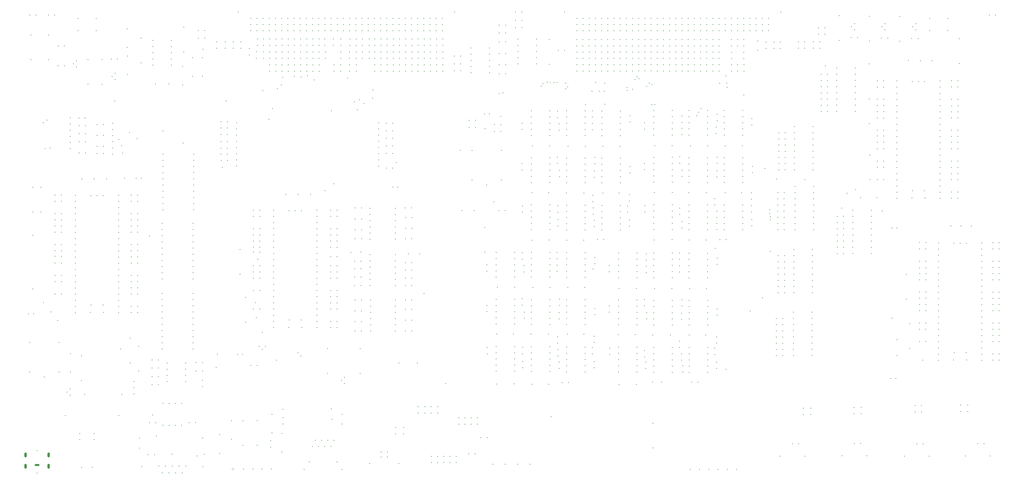
<source format=gbo>
%TF.GenerationSoftware,KiCad,Pcbnew,7.0.5*%
%TF.CreationDate,2024-10-26T20:20:05-04:00*%
%TF.ProjectId,Interconnect,496e7465-7263-46f6-9e6e-6563742e6b69,1.1*%
%TF.SameCoordinates,Original*%
%TF.FileFunction,Legend,Bot*%
%TF.FilePolarity,Positive*%
%FSLAX46Y46*%
G04 Gerber Fmt 4.6, Leading zero omitted, Abs format (unit mm)*
G04 Created by KiCad (PCBNEW 7.0.5) date 2024-10-26 20:20:05*
%MOMM*%
%LPD*%
G01*
G04 APERTURE LIST*
%ADD10C,0.120000*%
%ADD11C,0.350000*%
%ADD12O,2.005555X0.800000*%
%ADD13O,1.000000X2.000000*%
G04 APERTURE END LIST*
D10*
%TO.C,J23*%
X87871100Y3047000D02*
G75*
G03*
X87871100Y3047000I-381000J0D01*
G01*
%TD*%
D11*
X12389400Y135007465D03*
X11119400Y146437465D03*
X42147000Y132911865D03*
X48116000Y138880865D03*
X72753482Y8482000D03*
X194760000Y112830000D03*
X81160000Y50270000D03*
X120887000Y163010865D03*
X118093000Y164788865D03*
X125305600Y117547000D03*
X115553000Y164280865D03*
X107933000Y164026865D03*
X107408818Y160962683D03*
X105780000Y159450000D03*
X10357400Y134753465D03*
X9538848Y145364913D03*
X44941000Y141420865D03*
X40623000Y138499865D03*
X258555000Y161740865D03*
X278875000Y149675865D03*
X290559000Y159962865D03*
X134603000Y163772865D03*
X260841000Y152798876D03*
X137410000Y154000000D03*
X138640000Y150700000D03*
X224265000Y159327865D03*
X139480000Y154840000D03*
X232393000Y152850865D03*
X141380000Y153330000D03*
X240394000Y152977865D03*
X254364000Y163518865D03*
X259698000Y161105865D03*
X278113000Y148278865D03*
X287511000Y161613865D03*
X217915000Y161867865D03*
X240267000Y161613865D03*
X251697000Y159200865D03*
X257610000Y160330000D03*
X279891000Y151199865D03*
X290432000Y161740865D03*
X259709980Y152798876D03*
X216645000Y162121865D03*
X236584000Y161994865D03*
X145079500Y158920000D03*
X297417000Y156787865D03*
X145000000Y155510000D03*
X252713000Y163137865D03*
X102320000Y146790000D03*
X41390000Y52430000D03*
X128960000Y120330000D03*
X67040000Y137090000D03*
X114257600Y50897400D03*
X115502200Y49500400D03*
X62454000Y9186000D03*
X55342000Y8932000D03*
X56104000Y16552000D03*
X214232000Y160470865D03*
X214867000Y161486865D03*
X225027000Y160216865D03*
X219439000Y161867865D03*
X224265000Y161613865D03*
X220709000Y161994865D03*
X253602000Y164280865D03*
X235060000Y158309845D03*
X249498469Y159835865D03*
X237981000Y158309845D03*
X308341020Y92525865D03*
X235568000Y85286865D03*
X308085000Y108146865D03*
X306053000Y126561865D03*
X308339000Y106749865D03*
X310879000Y122243865D03*
X308341020Y105479865D03*
X198484000Y157676865D03*
X196960000Y157295865D03*
X322565020Y121989865D03*
X308091167Y109677032D03*
X305164000Y73475865D03*
X290178000Y44138865D03*
X300084000Y68014865D03*
X285733000Y93795865D03*
X240140000Y158309845D03*
X249498469Y158692865D03*
X112759000Y164534865D03*
X83190000Y126980000D03*
X41766000Y135959865D03*
X122919000Y166536865D03*
X122919000Y169136865D03*
X179240000Y8282500D03*
X179240000Y5742500D03*
X176700000Y8282500D03*
X176700000Y5742500D03*
X174160000Y8282500D03*
X174160000Y5742500D03*
X171620000Y8282500D03*
X171620000Y5742500D03*
X169080000Y8282500D03*
X169080000Y5742500D03*
X277097000Y179550865D03*
X277097000Y176950865D03*
X369680000Y96160200D03*
X372280000Y96160200D03*
X314480000Y136213865D03*
X311880000Y136213865D03*
X249157000Y169263865D03*
X249157000Y166663865D03*
X161019000Y166536865D03*
X161019000Y169136865D03*
X370929200Y47824000D03*
X155939000Y171870865D03*
X155939000Y174470865D03*
X130330744Y68874121D03*
X127730744Y68874121D03*
X17001000Y80088865D03*
X14401000Y80088865D03*
X38990000Y154360000D03*
X84710000Y154360000D03*
X385432600Y149830400D03*
X382832600Y149830400D03*
X97153744Y65318121D03*
X343279000Y150071865D03*
X343279000Y152611865D03*
X343279000Y155151865D03*
X343279000Y157691865D03*
X343279000Y160231865D03*
X343279000Y162771865D03*
X343279000Y165311865D03*
X343279000Y167851865D03*
X335659000Y167851865D03*
X335659000Y165311865D03*
X335659000Y162771865D03*
X335659000Y160231865D03*
X335659000Y157691865D03*
X335659000Y155151865D03*
X335659000Y152611865D03*
X335659000Y150071865D03*
X235187000Y150310865D03*
X235187000Y147710865D03*
X251697000Y169263865D03*
X251697000Y166663865D03*
X166099000Y177204865D03*
X166099000Y179804865D03*
X361552000Y189045865D03*
X361552000Y178885865D03*
X272015587Y179550865D03*
X272015587Y176950865D03*
X217788000Y120835105D03*
X217788000Y123375105D03*
X217788000Y125915105D03*
X217788000Y128455105D03*
X217788000Y130995105D03*
X210168000Y130995105D03*
X210168000Y128455105D03*
X210168000Y125915105D03*
X210168000Y123375105D03*
X210168000Y120835105D03*
X206261000Y190950865D03*
X203661000Y190950865D03*
X268103300Y42830105D03*
X268103300Y45370105D03*
X268103300Y47910105D03*
X268103300Y50450105D03*
X268103300Y52990105D03*
X260483300Y52990105D03*
X260483300Y50450105D03*
X260483300Y47910105D03*
X260483300Y45370105D03*
X260483300Y42830105D03*
X38083000Y145230865D03*
X38083000Y142690865D03*
X38083000Y140150865D03*
X38083000Y137610865D03*
X38083000Y135070865D03*
X38083000Y132530865D03*
X89010000Y145360000D03*
X89010000Y142820000D03*
X89010000Y140280000D03*
X89010000Y137740000D03*
X89010000Y135200000D03*
X89010000Y132660000D03*
X89010000Y130120000D03*
X89010000Y127580000D03*
X233940190Y174440865D03*
X233940190Y171840865D03*
X232266000Y101350385D03*
X232266000Y103890385D03*
X232266000Y106430385D03*
X232266000Y108970385D03*
X232266000Y111510385D03*
X224646000Y111510385D03*
X224646000Y108970385D03*
X224646000Y106430385D03*
X224646000Y103890385D03*
X224646000Y101350385D03*
X48370000Y102948865D03*
X45770000Y102948865D03*
X48370000Y100399865D03*
X45770000Y100399865D03*
X221598000Y44484865D03*
X221598000Y47084865D03*
X150859000Y166536865D03*
X150859000Y169136865D03*
X321941000Y28111000D03*
X321941000Y25511000D03*
X130330744Y106974121D03*
X127730744Y106974121D03*
X137547278Y88491120D03*
X140147278Y88491120D03*
X402379000Y47824000D03*
X399779000Y47824000D03*
X260028200Y58185065D03*
X365646000Y52650000D03*
X365646000Y62810000D03*
X61210000Y161380000D03*
X137801278Y105827609D03*
X140401278Y105827609D03*
X233894422Y179550865D03*
X233894422Y176950865D03*
X246601477Y179550865D03*
X246601477Y176950865D03*
X23220000Y168280000D03*
X21950000Y169550000D03*
X23220000Y170820000D03*
X206597000Y47338865D03*
X206597000Y44738865D03*
X294510000Y3000000D03*
X290700000Y3000000D03*
X286890000Y3000000D03*
X283080000Y3000000D03*
X279270000Y3000000D03*
X275460000Y3000000D03*
X184611000Y146373865D03*
X187211000Y146373865D03*
X217560000Y169400000D03*
X217560000Y179560000D03*
X100059000Y171870865D03*
X100059000Y174470865D03*
X252789200Y58317545D03*
X102599000Y171870865D03*
X102599000Y174470865D03*
X277101405Y174440865D03*
X277101405Y171840865D03*
X128761000Y177204865D03*
X128761000Y179804865D03*
X31703000Y144611865D03*
X34303000Y144611865D03*
X27960000Y171390000D03*
X27960000Y161230000D03*
X195918600Y58596945D03*
X97138000Y171997865D03*
X97138000Y174597865D03*
X372229200Y60524000D03*
X369629200Y60524000D03*
X56909000Y37788865D03*
X54309000Y37788865D03*
X66785000Y168474000D03*
X66785000Y160854000D03*
X314480000Y141293865D03*
X311880000Y141293865D03*
X402379000Y73224000D03*
X399779000Y73224000D03*
X355435000Y183584865D03*
X354165000Y184854865D03*
X355435000Y186124865D03*
X166099000Y171870865D03*
X166099000Y174470865D03*
X402379000Y70684000D03*
X399779000Y70684000D03*
X94217000Y173267865D03*
X94217000Y175867865D03*
X313449000Y49726865D03*
X310849000Y49726865D03*
X130330744Y63794121D03*
X127730744Y63794121D03*
X352352600Y162632000D03*
X354952600Y162632000D03*
X244060066Y179550865D03*
X244060066Y176950865D03*
X114283000Y116020865D03*
X239505000Y116503465D03*
X40090000Y171550000D03*
X37490000Y171550000D03*
X14401000Y82619865D03*
X17001000Y82619865D03*
X282608800Y135878585D03*
X349040000Y155160000D03*
X349040000Y145000000D03*
X382507000Y102942000D03*
X161005278Y84808120D03*
X158405278Y84808120D03*
X174963600Y38146600D03*
X163559000Y177204865D03*
X163559000Y179804865D03*
X12759200Y67686800D03*
X206485000Y111194865D03*
X206485000Y108594865D03*
X45270000Y46730000D03*
X45270000Y56890000D03*
X117839000Y171870865D03*
X117839000Y174470865D03*
X210295000Y37968105D03*
X187943000Y24102865D03*
X187943000Y21502865D03*
X314069000Y106480865D03*
X311469000Y106480865D03*
X254225710Y179550865D03*
X254225710Y176950865D03*
X402379000Y57984000D03*
X399779000Y57984000D03*
X282566300Y120841385D03*
X282566300Y123381385D03*
X282566300Y125921385D03*
X282566300Y128461385D03*
X282566300Y131001385D03*
X274946300Y131001385D03*
X274946300Y128461385D03*
X274946300Y125921385D03*
X274946300Y123381385D03*
X274946300Y120841385D03*
X180958000Y134054865D03*
X89430401Y50234865D03*
X91430401Y50234865D03*
X260637800Y97230345D03*
X130330744Y84114121D03*
X127730744Y84114121D03*
X67290000Y184650000D03*
X67290000Y174490000D03*
X232316800Y135739825D03*
X137671278Y63662120D03*
X140271278Y63662120D03*
X297417000Y174343865D03*
X297417000Y171743865D03*
X266932765Y179550865D03*
X266932765Y176950865D03*
X286256000Y47025585D03*
X286256000Y44425585D03*
X97743000Y89290865D03*
X271128000Y131399625D03*
X271128000Y128799625D03*
X236203000Y90073585D03*
X236203000Y87473585D03*
X326097830Y176061865D03*
X326097830Y178661865D03*
X365082600Y170988600D03*
X385432600Y124430400D03*
X382832600Y124430400D03*
X107660000Y17680000D03*
X107660000Y10060000D03*
X137801278Y97699609D03*
X140401278Y97699609D03*
X269474176Y179550865D03*
X269474176Y176950865D03*
X105390000Y47860000D03*
X173719000Y177204865D03*
X173719000Y179804865D03*
X228887800Y188334665D03*
X231427800Y188334665D03*
X233967800Y188334665D03*
X236507800Y188334665D03*
X239047800Y188334665D03*
X241587800Y188334665D03*
X244127800Y188334665D03*
X246667800Y188334665D03*
X249207800Y188334665D03*
X251747800Y188334665D03*
X254287800Y188334665D03*
X256827800Y188334665D03*
X259367800Y188334665D03*
X261907800Y188334665D03*
X264447800Y188334665D03*
X266987800Y188334665D03*
X269527800Y188334665D03*
X272067800Y188334665D03*
X274607800Y188334665D03*
X277147800Y188334665D03*
X279687800Y188334665D03*
X282227800Y188334665D03*
X284767800Y188334665D03*
X287307800Y188334665D03*
X289847800Y188334665D03*
X292387800Y188334665D03*
X294927800Y188334665D03*
X297467800Y188334665D03*
X300007800Y188334665D03*
X302547800Y188334665D03*
X305087800Y188334665D03*
X307627800Y188334665D03*
X228887800Y185794665D03*
X231427800Y185794665D03*
X233967800Y185794665D03*
X236507800Y185794665D03*
X239047800Y185794665D03*
X241587800Y185794665D03*
X244127800Y185794665D03*
X246667800Y185794665D03*
X249207800Y185794665D03*
X251747800Y185794665D03*
X254287800Y185794665D03*
X256827800Y185794665D03*
X259367800Y185794665D03*
X261907800Y185794665D03*
X264447800Y185794665D03*
X266987800Y185794665D03*
X269527800Y185794665D03*
X272067800Y185794665D03*
X274607800Y185794665D03*
X277147800Y185794665D03*
X279687800Y185794665D03*
X282227800Y185794665D03*
X284767800Y185794665D03*
X287307800Y185794665D03*
X289847800Y185794665D03*
X292387800Y185794665D03*
X294927800Y185794665D03*
X297467800Y185794665D03*
X300007800Y185794665D03*
X302547800Y185794665D03*
X305087800Y185794665D03*
X307627800Y185794665D03*
X228887800Y183254665D03*
X231427800Y183254665D03*
X233967800Y183254665D03*
X236507800Y183254665D03*
X239047800Y183254665D03*
X241587800Y183254665D03*
X244127800Y183254665D03*
X246667800Y183254665D03*
X249207800Y183254665D03*
X251747800Y183254665D03*
X254287800Y183254665D03*
X256827800Y183254665D03*
X259367800Y183254665D03*
X261907800Y183254665D03*
X264447800Y183254665D03*
X266987800Y183254665D03*
X269527800Y183254665D03*
X272067800Y183254665D03*
X274607800Y183254665D03*
X277147800Y183254665D03*
X279687800Y183254665D03*
X282227800Y183254665D03*
X284767800Y183254665D03*
X287307800Y183254665D03*
X289847800Y183254665D03*
X292387800Y183254665D03*
X294927800Y183254665D03*
X297467800Y183254665D03*
X300007800Y183254665D03*
X302547800Y183254665D03*
X305087800Y183254665D03*
X307627800Y183254665D03*
X223807800Y190874665D03*
X312707800Y190874665D03*
X235553000Y107770145D03*
X235553000Y110370145D03*
X300592000Y113958865D03*
X300592000Y116558865D03*
X137671278Y68107120D03*
X140271278Y68107120D03*
X192050000Y16000000D03*
X189450000Y16000000D03*
X238977244Y179550865D03*
X238977244Y176950865D03*
X122919000Y177204865D03*
X122919000Y179804865D03*
X354952600Y134692000D03*
X352352600Y134692000D03*
X313449000Y57346865D03*
X310849000Y57346865D03*
X232281000Y43028585D03*
X232281000Y45568585D03*
X232281000Y48108585D03*
X232281000Y50648585D03*
X232281000Y53188585D03*
X224661000Y53188585D03*
X224661000Y50648585D03*
X224661000Y48108585D03*
X224661000Y45568585D03*
X224661000Y43028585D03*
X331864000Y150056865D03*
X329264000Y150056865D03*
X154308278Y72552120D03*
X154308278Y70012120D03*
X154308278Y67472120D03*
X154308278Y64932120D03*
X154308278Y62392120D03*
X154308278Y59852120D03*
X153399000Y166536865D03*
X153399000Y169136865D03*
X130330744Y81574121D03*
X127730744Y81574121D03*
X115299000Y166536865D03*
X115299000Y169136865D03*
X338453000Y96731865D03*
X335853000Y96731865D03*
X249142888Y179550865D03*
X249142888Y176950865D03*
X75823482Y9142000D03*
X53230000Y22080000D03*
X55830000Y22080000D03*
X370442000Y29182865D03*
X370442000Y26582865D03*
X244095770Y174440865D03*
X244095770Y171840865D03*
X119363000Y116020865D03*
X161005278Y81506120D03*
X158405278Y81506120D03*
X210015600Y58464465D03*
X103536000Y25610000D03*
X103536000Y17990000D03*
X171179000Y166536865D03*
X171179000Y169136865D03*
X82620000Y137620000D03*
X85220000Y137620000D03*
X246760600Y101284385D03*
X246760600Y103824385D03*
X246760600Y106364385D03*
X246760600Y108904385D03*
X246760600Y111444385D03*
X239140600Y111444385D03*
X239140600Y108904385D03*
X239140600Y106364385D03*
X239140600Y103824385D03*
X239140600Y101284385D03*
X48370000Y105488865D03*
X45770000Y105488865D03*
X125205000Y177204865D03*
X125205000Y179804865D03*
X58733200Y142083400D03*
X4510000Y181470000D03*
X4510000Y171310000D03*
X364240000Y83030000D03*
X364240000Y72870000D03*
X287257000Y174440865D03*
X287257000Y171840865D03*
X148319000Y166536865D03*
X148319000Y169136865D03*
X338468000Y106891865D03*
X335868000Y106891865D03*
X48370000Y80079865D03*
X45770000Y80079865D03*
X130330744Y86654121D03*
X127730744Y86654121D03*
X168639000Y166536865D03*
X168639000Y169136865D03*
X264406930Y174440865D03*
X264406930Y171840865D03*
X272017000Y123338625D03*
X272017000Y125938625D03*
X137801278Y101382609D03*
X140401278Y101382609D03*
X352352600Y152472000D03*
X354952600Y152472000D03*
X324989000Y28111000D03*
X324989000Y25511000D03*
X231401295Y174440865D03*
X231401295Y171840865D03*
X402379000Y60524000D03*
X399779000Y60524000D03*
X120379000Y171870865D03*
X120379000Y174470865D03*
X161002278Y59852120D03*
X158402278Y59852120D03*
X112759000Y166536865D03*
X112759000Y169136865D03*
X272032000Y72679585D03*
X272032000Y70079585D03*
X118855000Y5989000D03*
X130285000Y5989000D03*
X120125000Y12339000D03*
X121395000Y14879000D03*
X122665000Y12339000D03*
X123935000Y14879000D03*
X125205000Y12339000D03*
X126475000Y14879000D03*
X127745000Y12339000D03*
X129015000Y14879000D03*
X116800000Y2939000D03*
X132340000Y2939000D03*
X287257000Y179550865D03*
X287257000Y176950865D03*
X259317000Y174440865D03*
X259317000Y171840865D03*
X228811600Y179550865D03*
X228811600Y176950865D03*
X48370000Y90239865D03*
X45770000Y90239865D03*
X278643000Y38790865D03*
X276043000Y38790865D03*
X47759000Y122624865D03*
X49759000Y122624865D03*
X199560000Y169233865D03*
X196960000Y169233865D03*
X182863000Y24102865D03*
X182863000Y21502865D03*
X249665000Y111189385D03*
X249665000Y108589385D03*
X286368000Y123084625D03*
X286368000Y125684625D03*
X354952600Y142312000D03*
X352352600Y142312000D03*
X135960000Y92130000D03*
X271016000Y84044105D03*
X271016000Y86644105D03*
X85300000Y129910000D03*
X82700000Y129910000D03*
X105139000Y166536865D03*
X105139000Y169136865D03*
X402379000Y55444000D03*
X399779000Y55444000D03*
X256665000Y72806585D03*
X256665000Y70206585D03*
X286510000Y66269585D03*
X286510000Y68869585D03*
X300973000Y124862625D03*
X300973000Y127462625D03*
X251712455Y174440865D03*
X251712455Y171840865D03*
X228837000Y169263865D03*
X228837000Y166663865D03*
X153277401Y118920000D03*
X155277401Y118920000D03*
X225204800Y135739825D03*
X122919000Y171870865D03*
X122919000Y174470865D03*
X184611000Y143452865D03*
X187211000Y143452865D03*
X117839000Y177204865D03*
X117839000Y179804865D03*
X303132000Y175202865D03*
X191783000Y119800865D03*
X197783000Y121800865D03*
X197783000Y134000865D03*
X185783000Y134000865D03*
X185783000Y121800865D03*
X282589600Y62248345D03*
X282589600Y64788345D03*
X282589600Y67328345D03*
X282589600Y69868345D03*
X282589600Y72408345D03*
X274969600Y72408345D03*
X274969600Y69868345D03*
X274969600Y67328345D03*
X274969600Y64788345D03*
X274969600Y62248345D03*
X385351800Y121966600D03*
X382751800Y121966600D03*
X250681000Y124723865D03*
X250681000Y127323865D03*
X48370000Y92788865D03*
X45770000Y92788865D03*
X82073000Y17228000D03*
X82073000Y9608000D03*
X354313000Y109162865D03*
X268103300Y81666585D03*
X268103300Y84206585D03*
X268103300Y86746585D03*
X268103300Y89286585D03*
X268103300Y91826585D03*
X260483300Y91826585D03*
X260483300Y89286585D03*
X260483300Y86746585D03*
X260483300Y84206585D03*
X260483300Y81666585D03*
X84311000Y176061865D03*
X84311000Y178661865D03*
X286368000Y101494625D03*
X286368000Y104094625D03*
X95980744Y96814121D03*
X98580744Y96814121D03*
X155939000Y177204865D03*
X155939000Y179804865D03*
X20760200Y50567200D03*
X20760200Y42947200D03*
X206358000Y128593865D03*
X206358000Y125993865D03*
X96757000Y71443865D03*
X112759000Y177204865D03*
X112759000Y179804865D03*
X130330744Y109514121D03*
X127730744Y109514121D03*
X94852000Y188334665D03*
X97392000Y188334665D03*
X99932000Y188334665D03*
X102472000Y188334665D03*
X105012000Y188334665D03*
X107552000Y188334665D03*
X110092000Y188334665D03*
X112632000Y188334665D03*
X115172000Y188334665D03*
X117712000Y188334665D03*
X120252000Y188334665D03*
X122792000Y188334665D03*
X125332000Y188334665D03*
X127872000Y188334665D03*
X130412000Y188334665D03*
X132952000Y188334665D03*
X135492000Y188334665D03*
X138032000Y188334665D03*
X140572000Y188334665D03*
X143112000Y188334665D03*
X145652000Y188334665D03*
X148192000Y188334665D03*
X150732000Y188334665D03*
X153272000Y188334665D03*
X155812000Y188334665D03*
X158352000Y188334665D03*
X160892000Y188334665D03*
X163432000Y188334665D03*
X165972000Y188334665D03*
X168512000Y188334665D03*
X171052000Y188334665D03*
X173592000Y188334665D03*
X94852000Y185794665D03*
X97392000Y185794665D03*
X99932000Y185794665D03*
X102472000Y185794665D03*
X105012000Y185794665D03*
X107552000Y185794665D03*
X110092000Y185794665D03*
X112632000Y185794665D03*
X115172000Y185794665D03*
X117712000Y185794665D03*
X120252000Y185794665D03*
X122792000Y185794665D03*
X125332000Y185794665D03*
X127872000Y185794665D03*
X130412000Y185794665D03*
X132952000Y185794665D03*
X135492000Y185794665D03*
X138032000Y185794665D03*
X140572000Y185794665D03*
X143112000Y185794665D03*
X145652000Y185794665D03*
X148192000Y185794665D03*
X150732000Y185794665D03*
X153272000Y185794665D03*
X155812000Y185794665D03*
X158352000Y185794665D03*
X160892000Y185794665D03*
X163432000Y185794665D03*
X165972000Y185794665D03*
X168512000Y185794665D03*
X171052000Y185794665D03*
X173592000Y185794665D03*
X94852000Y183254665D03*
X97392000Y183254665D03*
X99932000Y183254665D03*
X102472000Y183254665D03*
X105012000Y183254665D03*
X107552000Y183254665D03*
X110092000Y183254665D03*
X112632000Y183254665D03*
X115172000Y183254665D03*
X117712000Y183254665D03*
X120252000Y183254665D03*
X122792000Y183254665D03*
X125332000Y183254665D03*
X127872000Y183254665D03*
X130412000Y183254665D03*
X132952000Y183254665D03*
X135492000Y183254665D03*
X138032000Y183254665D03*
X140572000Y183254665D03*
X143112000Y183254665D03*
X145652000Y183254665D03*
X148192000Y183254665D03*
X150732000Y183254665D03*
X153272000Y183254665D03*
X155812000Y183254665D03*
X158352000Y183254665D03*
X160892000Y183254665D03*
X163432000Y183254665D03*
X165972000Y183254665D03*
X168512000Y183254665D03*
X171052000Y183254665D03*
X173592000Y183254665D03*
X89772000Y190874665D03*
X178672000Y190874665D03*
X197625000Y141801865D03*
X195025000Y141801865D03*
X220836000Y131260865D03*
X220836000Y128660865D03*
X221598000Y64740585D03*
X221598000Y67340585D03*
X242314000Y52740585D03*
X242314000Y50140585D03*
X140110000Y92280000D03*
X261849943Y179550865D03*
X261849943Y176950865D03*
X48370000Y115639865D03*
X45770000Y115639865D03*
X44179000Y172789865D03*
X44179000Y165169865D03*
X221210000Y175080000D03*
X223810000Y175080000D03*
X206261000Y184473865D03*
X203661000Y184473865D03*
X164260000Y91530000D03*
X272023615Y174440865D03*
X272023615Y171840865D03*
X54309000Y44646865D03*
X56909000Y44646865D03*
X15527800Y64156200D03*
X95980744Y109514121D03*
X98580744Y109514121D03*
X15701000Y168852865D03*
X18301000Y168852865D03*
X154275778Y91221120D03*
X154275778Y88681120D03*
X154275778Y86141120D03*
X154275778Y83601120D03*
X154275778Y81061120D03*
X154275778Y78521120D03*
X331864000Y162756865D03*
X329264000Y162756865D03*
X210345800Y97091585D03*
X328151000Y181776865D03*
X328151000Y184376865D03*
X389450000Y29350000D03*
X389450000Y26750000D03*
X120379000Y166536865D03*
X120379000Y169136865D03*
X385483400Y152319600D03*
X382883400Y152319600D03*
X360409000Y49729000D03*
X71149000Y75297365D03*
X71149000Y72757365D03*
X71149000Y70217365D03*
X71149000Y67677365D03*
X71149000Y65137365D03*
X71149000Y62597365D03*
X71149000Y60057365D03*
X71149000Y57517365D03*
X71149000Y54977365D03*
X71149000Y52437365D03*
X207247000Y64994585D03*
X207247000Y67594585D03*
X26897400Y144151465D03*
X24297400Y144151465D03*
X368135000Y183584865D03*
X366865000Y184854865D03*
X368135000Y186124865D03*
X256650000Y142769625D03*
X256650000Y145369625D03*
X217796300Y81915585D03*
X217796300Y84455585D03*
X217796300Y86995585D03*
X217796300Y89535585D03*
X217796300Y92075585D03*
X210176300Y92075585D03*
X210176300Y89535585D03*
X210176300Y86995585D03*
X210176300Y84455585D03*
X210176300Y81915585D03*
X95980744Y76494121D03*
X98580744Y76494121D03*
X221725000Y72928585D03*
X221725000Y70328585D03*
X402379000Y88464000D03*
X399779000Y88464000D03*
X50091000Y4052331D03*
X75091000Y4052331D03*
X68131000Y4352331D03*
X65361000Y4352331D03*
X62591000Y4352331D03*
X59821000Y4352331D03*
X57051000Y4352331D03*
X66746000Y1512331D03*
X63976000Y1512331D03*
X61206000Y1512331D03*
X58436000Y1512331D03*
X385381800Y134666600D03*
X382781800Y134666600D03*
X267902200Y77209665D03*
X275496800Y135878585D03*
X85230000Y132520000D03*
X82630000Y132520000D03*
X171687000Y28674865D03*
X171687000Y26074865D03*
X367930000Y29200000D03*
X367930000Y26600000D03*
X221725000Y123199865D03*
X221725000Y125799865D03*
X330818000Y181776865D03*
X330818000Y184376865D03*
X260143000Y21930865D03*
X260143000Y11770865D03*
X221075000Y105544145D03*
X221075000Y102944145D03*
X372250000Y55571000D03*
X369650000Y55571000D03*
X292337000Y176950865D03*
X292337000Y179550865D03*
X286256000Y54834105D03*
X286256000Y57434105D03*
X203660000Y187480000D03*
X206260000Y187480000D03*
X314480000Y126068865D03*
X311880000Y126068865D03*
X92693000Y63442865D03*
X92693000Y73602865D03*
X115299000Y171870865D03*
X115299000Y174470865D03*
X66353000Y30035000D03*
X63813000Y30035000D03*
X61273000Y30035000D03*
X58733000Y30035000D03*
X135365000Y171870865D03*
X135365000Y174470865D03*
X161005278Y78458120D03*
X158405278Y78458120D03*
X386037600Y179954800D03*
X386037600Y169794800D03*
X17001000Y75008865D03*
X14401000Y75008865D03*
X217788000Y43145105D03*
X217788000Y45685105D03*
X217788000Y48225105D03*
X217788000Y50765105D03*
X217788000Y53305105D03*
X210168000Y53305105D03*
X210168000Y50765105D03*
X210168000Y48225105D03*
X210168000Y45685105D03*
X210168000Y43145105D03*
X348979000Y169617000D03*
X232266000Y81857865D03*
X232266000Y84397865D03*
X232266000Y86937865D03*
X232266000Y89477865D03*
X232266000Y92017865D03*
X224646000Y92017865D03*
X224646000Y89477865D03*
X224646000Y86937865D03*
X224646000Y84397865D03*
X224646000Y81857865D03*
X309863000Y178534865D03*
X309863000Y175934865D03*
X235187000Y52984105D03*
X235187000Y50384105D03*
X354952600Y147315800D03*
X352352600Y147315800D03*
X313957000Y103955865D03*
X311357000Y103955865D03*
X75154000Y15790000D03*
X297544000Y169263865D03*
X297544000Y166663865D03*
X212264500Y169619865D03*
X212264500Y172159865D03*
X212264500Y174699865D03*
X212264500Y177239865D03*
X212264500Y179779865D03*
X204644500Y179779865D03*
X204644500Y177239865D03*
X204644500Y174699865D03*
X204644500Y172159865D03*
X204644500Y169619865D03*
X314211000Y75507865D03*
X311611000Y75507865D03*
X344183000Y180409865D03*
X341583000Y180409865D03*
X34402200Y67468865D03*
X34102200Y70498865D03*
X29252200Y70498865D03*
X28952200Y67468865D03*
X40567200Y67338865D03*
X40567200Y69878865D03*
X40567200Y72418865D03*
X40567200Y74958865D03*
X40567200Y77498865D03*
X40567200Y80038865D03*
X40567200Y82578865D03*
X40567200Y85118865D03*
X40567200Y87658865D03*
X40567200Y90198865D03*
X40567200Y92738865D03*
X40567200Y95278865D03*
X40567200Y97818865D03*
X40567200Y100358865D03*
X40567200Y102898865D03*
X40567200Y105438865D03*
X40567200Y107978865D03*
X40567200Y110518865D03*
X40567200Y113058865D03*
X40567200Y115598865D03*
X22787200Y115598865D03*
X22787200Y113058865D03*
X22787200Y110518865D03*
X22787200Y107978865D03*
X22787200Y105438865D03*
X22787200Y102898865D03*
X22787200Y100358865D03*
X22787200Y97818865D03*
X22787200Y95278865D03*
X22787200Y92738865D03*
X22787200Y90198865D03*
X22787200Y87658865D03*
X22787200Y85118865D03*
X22787200Y82578865D03*
X22787200Y80038865D03*
X22787200Y77498865D03*
X22787200Y74958865D03*
X22787200Y72418865D03*
X22787200Y69878865D03*
X22787200Y67338865D03*
X34217200Y115368865D03*
X31677200Y115368865D03*
X29137200Y115368865D03*
X266945825Y174440865D03*
X266945825Y171840865D03*
X171179000Y177204865D03*
X171179000Y179804865D03*
X284718090Y174440865D03*
X284718090Y171840865D03*
X336660000Y189426865D03*
X336660000Y179266865D03*
X385381800Y147366600D03*
X382781800Y147366600D03*
X87613000Y176061865D03*
X87613000Y178661865D03*
X185403000Y24102865D03*
X185403000Y21502865D03*
X217254600Y58464465D03*
X286495000Y131272625D03*
X286495000Y128672625D03*
X232274300Y120702625D03*
X232274300Y123242625D03*
X232274300Y125782625D03*
X232274300Y128322625D03*
X232274300Y130862625D03*
X224654300Y130862625D03*
X224654300Y128322625D03*
X224654300Y125782625D03*
X224654300Y123242625D03*
X224654300Y120702625D03*
X203310000Y62629825D03*
X203310000Y65169825D03*
X203310000Y67709825D03*
X203310000Y70249825D03*
X203310000Y72789825D03*
X195690000Y72789825D03*
X195690000Y70249825D03*
X195690000Y67709825D03*
X195690000Y65169825D03*
X195690000Y62629825D03*
X26897400Y137547465D03*
X24297400Y137547465D03*
X354952600Y127072000D03*
X352352600Y127072000D03*
X44020000Y183950000D03*
X44020000Y176330000D03*
X195944000Y37973585D03*
X161132278Y106462609D03*
X158532278Y106462609D03*
X337676000Y110305865D03*
X75959000Y180155865D03*
X73359000Y180155865D03*
X254237000Y166693865D03*
X254237000Y169293865D03*
X297459332Y179550865D03*
X297459332Y176950865D03*
X163559000Y166536865D03*
X163559000Y169136865D03*
X54309000Y47948865D03*
X56909000Y47948865D03*
X143856022Y110242865D03*
X143856022Y107702865D03*
X143856022Y105162865D03*
X143856022Y102622865D03*
X143856022Y100082865D03*
X143856022Y97542865D03*
X300592000Y111328145D03*
X300592000Y108728145D03*
X130330744Y99354121D03*
X127730744Y99354121D03*
X82620000Y140510000D03*
X85220000Y140510000D03*
X217457800Y97218585D03*
X220709000Y84293105D03*
X220709000Y86893105D03*
X331864000Y160216865D03*
X329264000Y160216865D03*
X34303000Y132784865D03*
X31703000Y132784865D03*
X250427000Y113288385D03*
X250427000Y115888385D03*
X115299000Y177204865D03*
X115299000Y179804865D03*
X18240000Y176930000D03*
X15640000Y176930000D03*
X25250000Y39420000D03*
X25250000Y49580000D03*
X339835000Y116401865D03*
X232113600Y77692265D03*
X132336480Y25533020D03*
X338453000Y101811865D03*
X335853000Y101811865D03*
X271128000Y110317625D03*
X271128000Y107717625D03*
X314211000Y90747865D03*
X311611000Y90747865D03*
X17001000Y90493865D03*
X14401000Y90493865D03*
X235949000Y44674585D03*
X235949000Y47274585D03*
X286368000Y106447625D03*
X286368000Y109047625D03*
X161002278Y64297120D03*
X158402278Y64297120D03*
X49139000Y11718331D03*
X199560000Y185489865D03*
X196960000Y185489865D03*
X297052600Y140259625D03*
X297052600Y142799625D03*
X297052600Y145339625D03*
X297052600Y147879625D03*
X297052600Y150419625D03*
X289432600Y150419625D03*
X289432600Y147879625D03*
X289432600Y145339625D03*
X289432600Y142799625D03*
X289432600Y140259625D03*
X352352600Y160015800D03*
X354952600Y160015800D03*
X17001000Y100399865D03*
X14401000Y100399865D03*
X268080000Y116774705D03*
X217796300Y62497345D03*
X217796300Y65037345D03*
X217796300Y67577345D03*
X217796300Y70117345D03*
X217796300Y72657345D03*
X210176300Y72657345D03*
X210176300Y70117345D03*
X210176300Y67577345D03*
X210176300Y65037345D03*
X210176300Y62497345D03*
X352352600Y129612000D03*
X354952600Y129612000D03*
X33700000Y171390000D03*
X33700000Y161230000D03*
X343010000Y183584865D03*
X341740000Y184854865D03*
X343010000Y186124865D03*
X274557000Y179550865D03*
X274557000Y176950865D03*
X126400000Y42400000D03*
X126400000Y52560000D03*
X268080000Y101555625D03*
X268080000Y104095625D03*
X268080000Y106635625D03*
X268080000Y109175625D03*
X268080000Y111715625D03*
X260460000Y111715625D03*
X260460000Y109175625D03*
X260460000Y106635625D03*
X260460000Y104095625D03*
X260460000Y101555625D03*
X369629200Y93544000D03*
X372229200Y93544000D03*
X102599000Y177204865D03*
X102599000Y179804865D03*
X192960500Y165936865D03*
X192960500Y168476865D03*
X192960500Y171016865D03*
X192960500Y173556865D03*
X192960500Y176096865D03*
X185340500Y176096865D03*
X185340500Y173556865D03*
X185340500Y171016865D03*
X185340500Y168476865D03*
X185340500Y165936865D03*
X109203000Y116020865D03*
X138159000Y171870865D03*
X138159000Y174470865D03*
X145779000Y171870865D03*
X145779000Y174470865D03*
X178515000Y169614865D03*
X181115000Y169614865D03*
X224696800Y97086105D03*
X285479000Y111649145D03*
X285479000Y114249145D03*
X236203000Y131133865D03*
X236203000Y128533865D03*
X192910000Y149030000D03*
X190910000Y149030000D03*
X97519000Y177204865D03*
X97519000Y179804865D03*
X271016000Y53056105D03*
X271016000Y55656105D03*
X250681000Y148278865D03*
X250681000Y145678865D03*
X203284600Y77824745D03*
X244077000Y169263865D03*
X244077000Y166663865D03*
X338468000Y91636865D03*
X335868000Y91636865D03*
X160878278Y110399609D03*
X158278278Y110399609D03*
X161002278Y68742120D03*
X158402278Y68742120D03*
X284717000Y166663865D03*
X284717000Y169263865D03*
X402379000Y75764000D03*
X399779000Y75764000D03*
X328659000Y176061865D03*
X328659000Y178661865D03*
X289847800Y135883665D03*
X235187000Y142498385D03*
X235187000Y145098385D03*
X272144000Y169263865D03*
X272144000Y166663865D03*
X203310000Y43302105D03*
X203310000Y45842105D03*
X203310000Y48382105D03*
X203310000Y50922105D03*
X203310000Y53462105D03*
X195690000Y53462105D03*
X195690000Y50922105D03*
X195690000Y48382105D03*
X195690000Y45842105D03*
X195690000Y43302105D03*
X95980744Y81574121D03*
X98580744Y81574121D03*
X127999000Y150310865D03*
X130330744Y90360865D03*
X127730744Y90360865D03*
X49060000Y15780000D03*
X372280000Y73300200D03*
X369680000Y73300200D03*
X154690000Y129010000D03*
X158479000Y166536865D03*
X158479000Y169136865D03*
X131809000Y171870865D03*
X131809000Y174470865D03*
X137801278Y110399609D03*
X140401278Y110399609D03*
X261868035Y174440865D03*
X261868035Y171840865D03*
X267267200Y58185065D03*
X349883000Y91651865D03*
X349883000Y94191865D03*
X349883000Y96731865D03*
X349883000Y99271865D03*
X349883000Y101811865D03*
X349883000Y104351865D03*
X349883000Y106891865D03*
X349883000Y109431865D03*
X342263000Y109431865D03*
X342263000Y106891865D03*
X342263000Y104351865D03*
X342263000Y101811865D03*
X342263000Y99271865D03*
X342263000Y96731865D03*
X342263000Y94191865D03*
X342263000Y91651865D03*
X330945000Y168725865D03*
X322436000Y178631865D03*
X322436000Y176031865D03*
X48370000Y67388865D03*
X45770000Y67388865D03*
X75294000Y175586000D03*
X145779000Y166536865D03*
X145779000Y169136865D03*
X58784000Y132530865D03*
X58784000Y129990865D03*
X58784000Y127450865D03*
X58784000Y124910865D03*
X58784000Y122370865D03*
X58784000Y119830865D03*
X58784000Y117290865D03*
X58784000Y114750865D03*
X58784000Y112210865D03*
X58784000Y109670865D03*
X95980744Y94274121D03*
X98580744Y94274121D03*
X91897000Y3047000D03*
X95707000Y3047000D03*
X99517000Y3047000D03*
X103327000Y3047000D03*
X233917000Y169263865D03*
X233917000Y166663865D03*
X385432600Y116886600D03*
X382832600Y116886600D03*
X31703000Y140166865D03*
X34303000Y140166865D03*
X62277500Y169111865D03*
X62277500Y171651865D03*
X62277500Y174191865D03*
X62277500Y176731865D03*
X62277500Y179271865D03*
X54657500Y179271865D03*
X54657500Y176731865D03*
X54657500Y174191865D03*
X54657500Y171651865D03*
X54657500Y169111865D03*
X17001000Y95328865D03*
X14401000Y95328865D03*
X217280000Y116635945D03*
X90460000Y93287865D03*
X90460000Y83127865D03*
X203310000Y81915585D03*
X203310000Y84455585D03*
X203310000Y86995585D03*
X203310000Y89535585D03*
X203310000Y92075585D03*
X195690000Y92075585D03*
X195690000Y89535585D03*
X195690000Y86995585D03*
X195690000Y84455585D03*
X195690000Y81915585D03*
X236203000Y66518585D03*
X236203000Y69118585D03*
X11794000Y171265865D03*
X11794000Y181425865D03*
X274557000Y166663865D03*
X274557000Y169263865D03*
X99551000Y59251865D03*
X236479085Y174440865D03*
X236479085Y171840865D03*
X282573000Y81608865D03*
X282573000Y84148865D03*
X282573000Y86688865D03*
X282573000Y89228865D03*
X282573000Y91768865D03*
X274953000Y91768865D03*
X274953000Y89228865D03*
X274953000Y86688865D03*
X274953000Y84148865D03*
X274953000Y81608865D03*
X14401000Y115648865D03*
X17001000Y115648865D03*
X319874834Y178631865D03*
X319874834Y176031865D03*
X147430000Y145360000D03*
X147430000Y142820000D03*
X147430000Y140280000D03*
X147430000Y137740000D03*
X147430000Y135200000D03*
X147430000Y132660000D03*
X147430000Y130120000D03*
X147430000Y127580000D03*
X372280000Y75764000D03*
X369680000Y75764000D03*
X269604000Y169263865D03*
X269604000Y166663865D03*
X221075000Y49564865D03*
X221075000Y52164865D03*
X74988000Y46829865D03*
X72388000Y46829865D03*
X132336480Y21596020D03*
X150940000Y10047500D03*
X148440000Y10047500D03*
X148440000Y8047500D03*
X150940000Y8047500D03*
X155710000Y5337500D03*
X143670000Y5337500D03*
X112759000Y171870865D03*
X112759000Y174470865D03*
X48370000Y87708865D03*
X45770000Y87708865D03*
X369075000Y180028865D03*
X366475000Y180028865D03*
X289797000Y116642225D03*
X158479000Y177204865D03*
X158479000Y179804865D03*
X250427000Y102879865D03*
X250427000Y105479865D03*
X268103300Y62248345D03*
X268103300Y64788345D03*
X268103300Y67328345D03*
X268103300Y69868345D03*
X268103300Y72408345D03*
X260483300Y72408345D03*
X260483300Y69868345D03*
X260483300Y67328345D03*
X260483300Y64788345D03*
X260483300Y62248345D03*
X95980744Y106974121D03*
X98580744Y106974121D03*
X5291600Y77157400D03*
X5291600Y99157400D03*
X140699000Y177204865D03*
X140699000Y179804865D03*
X238997000Y166663865D03*
X238997000Y169263865D03*
X402379000Y93544000D03*
X399779000Y93544000D03*
X181115000Y172789865D03*
X178515000Y172789865D03*
X253617000Y43000865D03*
X253617000Y45540865D03*
X253617000Y48080865D03*
X253617000Y50620865D03*
X253617000Y53160865D03*
X245997000Y53160865D03*
X245997000Y50620865D03*
X245997000Y48080865D03*
X245997000Y45540865D03*
X245997000Y43000865D03*
X143493000Y171870865D03*
X143493000Y174470865D03*
X80882000Y176061865D03*
X80882000Y178661865D03*
X246617000Y169263865D03*
X246617000Y166663865D03*
X352352600Y155012000D03*
X354952600Y155012000D03*
X286510000Y89824585D03*
X286510000Y87224585D03*
X220709000Y92105585D03*
X220709000Y89505585D03*
X100059000Y177204865D03*
X100059000Y179804865D03*
X279637000Y179550865D03*
X279637000Y176950865D03*
X275014200Y58185065D03*
X385432600Y142286600D03*
X382832600Y142286600D03*
X197625000Y144595865D03*
X195025000Y144595865D03*
X246744000Y140063145D03*
X246744000Y142603145D03*
X246744000Y145143145D03*
X246744000Y147683145D03*
X246744000Y150223145D03*
X239124000Y150223145D03*
X239124000Y147683145D03*
X239124000Y145143145D03*
X239124000Y142603145D03*
X239124000Y140063145D03*
X220948000Y54771865D03*
X220948000Y57371865D03*
X372229200Y80844000D03*
X369629200Y80844000D03*
X300719000Y144438865D03*
X300719000Y147038865D03*
X269484720Y174440865D03*
X269484720Y171840865D03*
X31703000Y135721865D03*
X34303000Y135721865D03*
X217788000Y140120865D03*
X217788000Y142660865D03*
X217788000Y145200865D03*
X217788000Y147740865D03*
X217788000Y150280865D03*
X210168000Y150280865D03*
X210168000Y147740865D03*
X210168000Y145200865D03*
X210168000Y142660865D03*
X210168000Y140120865D03*
X210599800Y135872305D03*
X202776600Y58596945D03*
X241556875Y174440865D03*
X241556875Y171840865D03*
X236076000Y122945865D03*
X236076000Y125545865D03*
X110219000Y171870865D03*
X110219000Y174470865D03*
X313957000Y109035865D03*
X311357000Y109035865D03*
X125459000Y171870865D03*
X125459000Y174470865D03*
X271905000Y64491585D03*
X271905000Y67091585D03*
X137547278Y78458120D03*
X140147278Y78458120D03*
X368540000Y13450000D03*
X371080000Y13450000D03*
X363460000Y8370000D03*
X373620000Y8370000D03*
X150575000Y135890000D03*
X153175000Y135890000D03*
X385381800Y114346600D03*
X382781800Y114346600D03*
X71359000Y132530865D03*
X71359000Y129990865D03*
X71359000Y127450865D03*
X71359000Y124910865D03*
X71359000Y122370865D03*
X71359000Y119830865D03*
X71359000Y117290865D03*
X71359000Y114750865D03*
X71359000Y112210865D03*
X71359000Y109670865D03*
X206358000Y142630865D03*
X206358000Y145230865D03*
X168639000Y177234865D03*
X168639000Y179834865D03*
X161019000Y171870865D03*
X161019000Y174470865D03*
X253617000Y62380825D03*
X253617000Y64920825D03*
X253617000Y67460825D03*
X253617000Y70000825D03*
X253617000Y72540825D03*
X245997000Y72540825D03*
X245997000Y70000825D03*
X245997000Y67460825D03*
X245997000Y64920825D03*
X245997000Y62380825D03*
X343391000Y117928000D03*
X338468000Y104351865D03*
X335868000Y104351865D03*
X256665000Y51724585D03*
X256665000Y49124585D03*
X246744000Y120714385D03*
X246744000Y123254385D03*
X246744000Y125794385D03*
X246744000Y128334385D03*
X246744000Y130874385D03*
X239124000Y130874385D03*
X239124000Y128334385D03*
X239124000Y125794385D03*
X239124000Y123254385D03*
X239124000Y120714385D03*
X314480000Y131133865D03*
X311880000Y131133865D03*
X313449000Y64966865D03*
X310849000Y64966865D03*
X191118000Y142944865D03*
X294877000Y169263865D03*
X294877000Y166663865D03*
X203056000Y38100585D03*
X187023000Y9340865D03*
X184423000Y9340865D03*
X385432600Y137384400D03*
X382832600Y137384400D03*
X196960000Y165550865D03*
X199560000Y165550865D03*
X398383000Y189680865D03*
X400923000Y189680865D03*
X354952600Y137409800D03*
X352352600Y137409800D03*
X241518655Y179550865D03*
X241518655Y176950865D03*
X260891800Y136011065D03*
X282179195Y174440865D03*
X282179195Y171840865D03*
X196960000Y182314865D03*
X199560000Y182314865D03*
X72130000Y22190000D03*
X69530000Y22190000D03*
X137547278Y81950120D03*
X140147278Y81950120D03*
X137671278Y72552120D03*
X140271278Y72552120D03*
X254251350Y174440865D03*
X254251350Y171840865D03*
X402379000Y50364000D03*
X399779000Y50364000D03*
X58449000Y75297365D03*
X58449000Y72757365D03*
X58449000Y70217365D03*
X58449000Y67677365D03*
X58449000Y65137365D03*
X58449000Y62597365D03*
X58449000Y60057365D03*
X58449000Y57517365D03*
X58449000Y54977365D03*
X58449000Y52437365D03*
X98580744Y86654121D03*
X95980744Y86654121D03*
X210777600Y77692265D03*
X268080000Y120973865D03*
X268080000Y123513865D03*
X268080000Y126053865D03*
X268080000Y128593865D03*
X268080000Y131133865D03*
X260460000Y131133865D03*
X260460000Y128593865D03*
X260460000Y126053865D03*
X260460000Y123513865D03*
X260460000Y120973865D03*
X3588400Y66924800D03*
X5588400Y66924800D03*
X25383000Y122370865D03*
X138159000Y177204865D03*
X138159000Y179804865D03*
X246185200Y77342145D03*
X4042000Y189680865D03*
X6582000Y189680865D03*
X20607800Y33473000D03*
X19337800Y34743000D03*
X20607800Y36013000D03*
X26560000Y33800000D03*
X41800000Y33800000D03*
X107679000Y171870865D03*
X107679000Y174470865D03*
X281973800Y97224865D03*
X107679000Y177204865D03*
X107679000Y179804865D03*
X277097000Y169263865D03*
X277097000Y166663865D03*
X385432600Y162606600D03*
X382832600Y162606600D03*
X342880000Y13600000D03*
X345420000Y13600000D03*
X337800000Y8520000D03*
X347960000Y8520000D03*
X356629000Y180155865D03*
X354029000Y180155865D03*
X286495000Y146216865D03*
X286495000Y148816865D03*
X257554000Y64745585D03*
X257554000Y67345585D03*
X130330744Y76494121D03*
X127730744Y76494121D03*
X97440000Y23070000D03*
X97440000Y12910000D03*
X281745200Y58185065D03*
X48810000Y43360000D03*
X48810000Y53520000D03*
X285494000Y52735105D03*
X285494000Y50135105D03*
X314480000Y128608865D03*
X311880000Y128608865D03*
X48370000Y75008865D03*
X45770000Y75008865D03*
X74988000Y43376865D03*
X72388000Y43376865D03*
X256650000Y128732625D03*
X256650000Y126132625D03*
X236457000Y169263865D03*
X236457000Y166663865D03*
X26800400Y147326465D03*
X24200400Y147326465D03*
X150610000Y126780000D03*
X153210000Y126780000D03*
X402379000Y83384000D03*
X399779000Y83384000D03*
X300719000Y105618625D03*
X300719000Y103018625D03*
X260714000Y116774705D03*
X338468000Y94191865D03*
X335868000Y94191865D03*
X314211000Y78047865D03*
X311611000Y78047865D03*
X271905000Y47854585D03*
X271905000Y50454585D03*
X372280000Y70684000D03*
X369680000Y70684000D03*
X220948000Y150121145D03*
X220948000Y147521145D03*
X91598000Y22943000D03*
X91598000Y12783000D03*
X221583000Y142314145D03*
X221583000Y144914145D03*
X306561000Y178534865D03*
X306561000Y175934865D03*
X296528000Y116642225D03*
X11662000Y189680865D03*
X14202000Y189680865D03*
X284717000Y179550865D03*
X284717000Y176950865D03*
X29730000Y3820000D03*
X25330000Y3820000D03*
X24580000Y17720000D03*
X24580000Y15220000D03*
X30480000Y17720000D03*
X30480000Y15220000D03*
X317450000Y13460000D03*
X319990000Y13460000D03*
X312370000Y8380000D03*
X322530000Y8380000D03*
X268003800Y136011065D03*
X42909000Y122624865D03*
X260790200Y77209665D03*
X180323000Y24102865D03*
X180323000Y21502865D03*
X171179000Y171870865D03*
X171179000Y174470865D03*
X35543000Y122370865D03*
X31352000Y188180000D03*
X23862000Y188180000D03*
X23862000Y183180000D03*
X31352000Y183180000D03*
X345423000Y114626000D03*
X358377000Y102180000D03*
X360377000Y102180000D03*
X282566300Y140259625D03*
X282566300Y142799625D03*
X282566300Y145339625D03*
X282566300Y147879625D03*
X282566300Y150419625D03*
X274946300Y150419625D03*
X274946300Y147879625D03*
X274946300Y145339625D03*
X274946300Y142799625D03*
X274946300Y140259625D03*
X272017000Y102129625D03*
X272017000Y104729625D03*
X192007000Y52989585D03*
X192007000Y50389585D03*
X314069000Y116640865D03*
X311469000Y116640865D03*
X95980744Y84114121D03*
X98580744Y84114121D03*
X231681800Y97086105D03*
X259317000Y169293865D03*
X259317000Y166693865D03*
X58471500Y104073865D03*
X58471500Y101533865D03*
X58471500Y98993865D03*
X58471500Y96453865D03*
X58471500Y93913865D03*
X58471500Y91373865D03*
X58471500Y88833865D03*
X58471500Y86293865D03*
X58471500Y83753865D03*
X58471500Y81213865D03*
X166073600Y75256000D03*
X314480000Y133688865D03*
X311880000Y133688865D03*
X7070000Y1450000D03*
X7070000Y10700000D03*
D12*
X7070000Y4700000D03*
D13*
X2320000Y4200000D03*
X11820000Y4200000D03*
X2320000Y8900000D03*
X11820000Y8900000D03*
D11*
X9660400Y71471400D03*
X287257000Y166663865D03*
X287257000Y169263865D03*
X150859000Y177234865D03*
X150859000Y179834865D03*
X14401000Y105488865D03*
X17001000Y105488865D03*
X372280000Y68144000D03*
X369680000Y68144000D03*
X402379000Y80844000D03*
X399779000Y80844000D03*
X256777000Y166693865D03*
X256777000Y169293865D03*
X49767000Y169995865D03*
X49767000Y180155865D03*
X369680000Y63064000D03*
X372280000Y63064000D03*
X98580744Y92180000D03*
X95980744Y92180000D03*
X17001000Y87699865D03*
X14401000Y87699865D03*
X231377000Y169263865D03*
X231377000Y166663865D03*
X9990600Y40915200D03*
X15990600Y42915200D03*
X15990600Y55115200D03*
X3990600Y55115200D03*
X3990600Y42915200D03*
X74988000Y39566865D03*
X74988000Y36966865D03*
X371947400Y114426600D03*
X371647400Y117456600D03*
X366797400Y117456600D03*
X366497400Y114426600D03*
X378112400Y114296600D03*
X378112400Y116836600D03*
X378112400Y119376600D03*
X378112400Y121916600D03*
X378112400Y124456600D03*
X378112400Y126996600D03*
X378112400Y129536600D03*
X378112400Y132076600D03*
X378112400Y134616600D03*
X378112400Y137156600D03*
X378112400Y139696600D03*
X378112400Y142236600D03*
X378112400Y144776600D03*
X378112400Y147316600D03*
X378112400Y149856600D03*
X378112400Y152396600D03*
X378112400Y154936600D03*
X378112400Y157476600D03*
X378112400Y160016600D03*
X378112400Y162556600D03*
X360332400Y162556600D03*
X360332400Y160016600D03*
X360332400Y157476600D03*
X360332400Y154936600D03*
X360332400Y152396600D03*
X360332400Y149856600D03*
X360332400Y147316600D03*
X360332400Y144776600D03*
X360332400Y142236600D03*
X360332400Y139696600D03*
X360332400Y137156600D03*
X360332400Y134616600D03*
X360332400Y132076600D03*
X360332400Y129536600D03*
X360332400Y126996600D03*
X360332400Y124456600D03*
X360332400Y121916600D03*
X360332400Y119376600D03*
X360332400Y116836600D03*
X360332400Y114296600D03*
X371762400Y162326600D03*
X369222400Y162326600D03*
X366682400Y162326600D03*
X166353000Y28674865D03*
X166353000Y26074865D03*
X331864000Y152596865D03*
X329264000Y152596865D03*
X48370000Y82619865D03*
X45770000Y82619865D03*
X110219000Y166536865D03*
X110219000Y169136865D03*
X224519000Y116503465D03*
X99870000Y158550000D03*
X264397000Y169263865D03*
X264397000Y166663865D03*
X246236000Y116503465D03*
X52663482Y8952000D03*
X331864000Y157676865D03*
X329264000Y157676865D03*
X272017000Y148163625D03*
X272017000Y145563625D03*
X161002278Y72552120D03*
X158402278Y72552120D03*
X120379000Y177204865D03*
X120379000Y179804865D03*
X402379000Y63064000D03*
X399779000Y63064000D03*
X48370000Y95319865D03*
X45770000Y95319865D03*
X199560000Y178631865D03*
X196960000Y178631865D03*
X102599000Y166536865D03*
X102599000Y169136865D03*
X314211000Y83127865D03*
X311611000Y83127865D03*
X153399000Y171870865D03*
X153399000Y174470865D03*
X159578278Y91539120D03*
X140699000Y171870865D03*
X140699000Y174470865D03*
X191880000Y84425585D03*
X191880000Y87025585D03*
X24297400Y132975465D03*
X26897400Y132975465D03*
X130330744Y94274121D03*
X127730744Y94274121D03*
X206470000Y89315865D03*
X206470000Y91915865D03*
X338468000Y99271865D03*
X335868000Y99271865D03*
X150575000Y132750000D03*
X153175000Y132750000D03*
X374861600Y170861600D03*
X196172600Y77824745D03*
X266937000Y169263865D03*
X266937000Y166663865D03*
X8669800Y118893200D03*
X8669800Y108733200D03*
X390889000Y102942000D03*
X385432600Y154986600D03*
X382832600Y154986600D03*
X242187000Y70139585D03*
X242187000Y67539585D03*
X225128600Y77697345D03*
X143493000Y177204865D03*
X143493000Y179804865D03*
X303180000Y178990000D03*
X143861778Y91221120D03*
X143861778Y88681120D03*
X143861778Y86141120D03*
X143861778Y83601120D03*
X143861778Y81061120D03*
X143861778Y78521120D03*
X68045000Y39068865D03*
X68045000Y41608865D03*
X68045000Y44148865D03*
X68045000Y46688865D03*
X60425000Y46688865D03*
X60425000Y44148865D03*
X60425000Y41608865D03*
X60425000Y39068865D03*
X194340000Y5060000D03*
X199420000Y5060000D03*
X204500000Y5060000D03*
X209580000Y5060000D03*
X271016000Y91856585D03*
X271016000Y89256585D03*
X108070000Y27560000D03*
X199373000Y109289865D03*
X196833000Y109289865D03*
X186673000Y109289865D03*
X181593000Y109289865D03*
X385432600Y126970400D03*
X382832600Y126970400D03*
X386636000Y29350000D03*
X386636000Y26750000D03*
X253617000Y81666585D03*
X253617000Y84206585D03*
X253617000Y86746585D03*
X253617000Y89286585D03*
X253617000Y91826585D03*
X245997000Y91826585D03*
X245997000Y89286585D03*
X245997000Y86746585D03*
X245997000Y84206585D03*
X245997000Y81666585D03*
X30463000Y122370865D03*
X256777000Y111333625D03*
X256777000Y108733625D03*
X314069000Y101400865D03*
X311469000Y101400865D03*
X127960480Y27842020D03*
X154270022Y110242865D03*
X154270022Y107702865D03*
X154270022Y105162865D03*
X154270022Y102622865D03*
X154270022Y100082865D03*
X154270022Y97542865D03*
X80577200Y44903000D03*
X217280000Y37968105D03*
X385432600Y129586600D03*
X382832600Y129586600D03*
X17001000Y92788865D03*
X14401000Y92788865D03*
X232274300Y140120865D03*
X232274300Y142660865D03*
X232274300Y145200865D03*
X232274300Y147740865D03*
X232274300Y150280865D03*
X224654300Y150280865D03*
X224654300Y147740865D03*
X224654300Y145200865D03*
X224654300Y142660865D03*
X224654300Y140120865D03*
X71171500Y104078865D03*
X71171500Y101538865D03*
X71171500Y98998865D03*
X71171500Y96458865D03*
X71171500Y93918865D03*
X71171500Y91378865D03*
X71171500Y88838865D03*
X71171500Y86298865D03*
X71171500Y83758865D03*
X71171500Y81218865D03*
X75959000Y183330865D03*
X73359000Y183330865D03*
X257132600Y44439065D03*
X257132600Y47039065D03*
X97430000Y45620000D03*
X94830000Y45620000D03*
X90788000Y176061865D03*
X90788000Y178661865D03*
X5266200Y118893200D03*
X5266200Y108733200D03*
X53150000Y98830000D03*
X148319000Y171870865D03*
X148319000Y174470865D03*
X389067000Y47904000D03*
X388767000Y50934000D03*
X383917000Y50934000D03*
X383617000Y47904000D03*
X395232000Y47774000D03*
X395232000Y50314000D03*
X395232000Y52854000D03*
X395232000Y55394000D03*
X395232000Y57934000D03*
X395232000Y60474000D03*
X395232000Y63014000D03*
X395232000Y65554000D03*
X395232000Y68094000D03*
X395232000Y70634000D03*
X395232000Y73174000D03*
X395232000Y75714000D03*
X395232000Y78254000D03*
X395232000Y80794000D03*
X395232000Y83334000D03*
X395232000Y85874000D03*
X395232000Y88414000D03*
X395232000Y90954000D03*
X395232000Y93494000D03*
X395232000Y96034000D03*
X377452000Y96034000D03*
X377452000Y93494000D03*
X377452000Y90954000D03*
X377452000Y88414000D03*
X377452000Y85874000D03*
X377452000Y83334000D03*
X377452000Y80794000D03*
X377452000Y78254000D03*
X377452000Y75714000D03*
X377452000Y73174000D03*
X377452000Y70634000D03*
X377452000Y68094000D03*
X377452000Y65554000D03*
X377452000Y63014000D03*
X377452000Y60474000D03*
X377452000Y57934000D03*
X377452000Y55394000D03*
X377452000Y52854000D03*
X377452000Y50314000D03*
X377452000Y47774000D03*
X388882000Y95804000D03*
X386342000Y95804000D03*
X383802000Y95804000D03*
X138159000Y166536865D03*
X138159000Y169136865D03*
X218310000Y24630000D03*
X75040000Y172154865D03*
X75040000Y164534865D03*
X296832800Y135878585D03*
X251684299Y179550865D03*
X251684299Y176950865D03*
X349240000Y122040000D03*
X349240000Y132200000D03*
X239555800Y135744905D03*
X40630000Y25076750D03*
X18630000Y25076750D03*
X155939000Y166536865D03*
X155939000Y169136865D03*
X161005278Y87856120D03*
X158405278Y87856120D03*
X354952600Y149932000D03*
X352352600Y149932000D03*
X257412000Y83859865D03*
X257412000Y86459865D03*
X282177000Y169263865D03*
X282177000Y166663865D03*
X331864000Y165296865D03*
X329264000Y165296865D03*
X314039000Y111560865D03*
X311439000Y111560865D03*
X105139000Y177204865D03*
X105139000Y179804865D03*
X173719000Y166536865D03*
X173719000Y169136865D03*
X20644400Y134707715D03*
X20644400Y137247715D03*
X20644400Y139787715D03*
X20644400Y142327715D03*
X20644400Y144867715D03*
X20644400Y147407715D03*
X369680000Y88464000D03*
X372280000Y88464000D03*
X153399000Y177204865D03*
X153399000Y179804865D03*
X325499000Y49741865D03*
X325499000Y52281865D03*
X325499000Y54821865D03*
X325499000Y57361865D03*
X325499000Y59901865D03*
X325499000Y62441865D03*
X325499000Y64981865D03*
X325499000Y67521865D03*
X317879000Y67521865D03*
X317879000Y64981865D03*
X317879000Y62441865D03*
X317879000Y59901865D03*
X317879000Y57361865D03*
X317879000Y54821865D03*
X317879000Y52281865D03*
X317879000Y49741865D03*
X48370000Y77539865D03*
X45770000Y77539865D03*
X325880000Y126068865D03*
X325880000Y128608865D03*
X325880000Y131148865D03*
X325880000Y133688865D03*
X325880000Y136228865D03*
X325880000Y138768865D03*
X325880000Y141308865D03*
X325880000Y143848865D03*
X318260000Y143848865D03*
X318260000Y141308865D03*
X318260000Y138768865D03*
X318260000Y136228865D03*
X318260000Y133688865D03*
X318260000Y131148865D03*
X318260000Y128608865D03*
X318260000Y126068865D03*
X157622000Y17560000D03*
X157622000Y20160000D03*
X241537000Y166663865D03*
X241537000Y169263865D03*
X145779000Y177204865D03*
X145779000Y179804865D03*
X372347000Y83384000D03*
X369747000Y83384000D03*
X70976000Y172154865D03*
X70976000Y164534865D03*
X313957000Y114115865D03*
X311357000Y114115865D03*
X246634665Y174440865D03*
X246634665Y171840865D03*
X137547278Y85443120D03*
X140147278Y85443120D03*
X331864000Y155136865D03*
X329264000Y155136865D03*
X358377000Y65096000D03*
X326119000Y101415865D03*
X326119000Y103955865D03*
X326119000Y106495865D03*
X326119000Y109035865D03*
X326119000Y111575865D03*
X326119000Y114115865D03*
X326119000Y116655865D03*
X326119000Y119195865D03*
X318499000Y119195865D03*
X318499000Y116655865D03*
X318499000Y114115865D03*
X318499000Y111575865D03*
X318499000Y109035865D03*
X318499000Y106495865D03*
X318499000Y103955865D03*
X318499000Y101415865D03*
X98580744Y68874121D03*
X95980744Y68874121D03*
X86970000Y22980000D03*
X86970000Y15360000D03*
X135365000Y166536865D03*
X135365000Y169136865D03*
X354952600Y139949800D03*
X352352600Y139949800D03*
X139810000Y42400000D03*
X139810000Y52560000D03*
X313449000Y59886865D03*
X310849000Y59886865D03*
X261857000Y169263865D03*
X261857000Y166663865D03*
X82620000Y145810000D03*
X85220000Y145810000D03*
X105139000Y171870865D03*
X105139000Y174470865D03*
X253363000Y37851585D03*
X163559000Y171870865D03*
X163559000Y174470865D03*
X117839000Y166536865D03*
X117839000Y169136865D03*
X314211000Y88207865D03*
X311611000Y88207865D03*
X161132278Y102017609D03*
X158532278Y102017609D03*
X206597000Y53053865D03*
X206597000Y50453865D03*
X342756000Y28390865D03*
X342756000Y25790865D03*
X181115000Y166820865D03*
X178515000Y166820865D03*
X235426000Y112977145D03*
X235426000Y115577145D03*
X345677000Y28420865D03*
X345677000Y25820865D03*
X14401000Y108028865D03*
X17001000Y108028865D03*
X369680000Y85746200D03*
X372280000Y85746200D03*
X256790245Y174440865D03*
X256790245Y171840865D03*
X173719000Y171840865D03*
X173719000Y174440865D03*
X161019000Y177204865D03*
X161019000Y179804865D03*
X130330744Y71414121D03*
X127730744Y71414121D03*
X26897400Y140849465D03*
X24297400Y140849465D03*
X131809000Y166536865D03*
X131809000Y169136865D03*
X312403000Y178534865D03*
X312403000Y175934865D03*
X253297200Y77342145D03*
X231758000Y116503465D03*
X279640300Y174440865D03*
X279640300Y171840865D03*
X402379000Y85924000D03*
X399779000Y85924000D03*
X225438000Y38578585D03*
X222838000Y38578585D03*
X242187000Y84176585D03*
X242187000Y86776585D03*
X17001000Y102939865D03*
X14401000Y102939865D03*
X325626000Y75522865D03*
X325626000Y78062865D03*
X325626000Y80602865D03*
X325626000Y83142865D03*
X325626000Y85682865D03*
X325626000Y88222865D03*
X325626000Y90762865D03*
X325626000Y93302865D03*
X318006000Y93302865D03*
X318006000Y90762865D03*
X318006000Y88222865D03*
X318006000Y85682865D03*
X318006000Y83142865D03*
X318006000Y80602865D03*
X318006000Y78062865D03*
X318006000Y75522865D03*
X370035600Y170861600D03*
X48370000Y113099865D03*
X45770000Y113099865D03*
X282566300Y101423145D03*
X282566300Y103963145D03*
X282566300Y106503145D03*
X282566300Y109043145D03*
X282566300Y111583145D03*
X274946300Y111583145D03*
X274946300Y109043145D03*
X274946300Y106503145D03*
X274946300Y103963145D03*
X274946300Y101423145D03*
X130330744Y96814121D03*
X127730744Y96814121D03*
X236076000Y102690145D03*
X236076000Y105290145D03*
X292464000Y166663865D03*
X292464000Y169263865D03*
X354952600Y121992000D03*
X352352600Y121992000D03*
X131809000Y177204865D03*
X131809000Y179804865D03*
X150859000Y171870865D03*
X150859000Y174470865D03*
X274988800Y97224865D03*
X197595000Y148024865D03*
X95980744Y101894121D03*
X98580744Y101894121D03*
X129015000Y166536865D03*
X129015000Y169136865D03*
X231353011Y179550865D03*
X231353011Y176950865D03*
X297052600Y120841385D03*
X297052600Y123381385D03*
X297052600Y125921385D03*
X297052600Y128461385D03*
X297052600Y131001385D03*
X289432600Y131001385D03*
X289432600Y128461385D03*
X289432600Y125921385D03*
X289432600Y123381385D03*
X289432600Y120841385D03*
X385381800Y160066600D03*
X382781800Y160066600D03*
X352128600Y114600600D03*
X272017000Y140483625D03*
X272017000Y143083625D03*
X381287800Y188180000D03*
X373797800Y188180000D03*
X373797800Y183180000D03*
X381287800Y183180000D03*
X82620000Y134890000D03*
X85220000Y134890000D03*
X103076000Y14722000D03*
X103076000Y12122000D03*
X39140000Y163130000D03*
X37870000Y164400000D03*
X39140000Y165670000D03*
X294898166Y179550865D03*
X294898166Y176950865D03*
X217889600Y77692265D03*
X236435833Y179550865D03*
X236435833Y176950865D03*
X82620000Y143250000D03*
X85220000Y143250000D03*
X245931200Y58317545D03*
X107679000Y166536865D03*
X107679000Y169136865D03*
X314480000Y138768865D03*
X311880000Y138768865D03*
X163559000Y28674865D03*
X163559000Y26074865D03*
X257412000Y88939865D03*
X257412000Y91539865D03*
X313449000Y52266865D03*
X310849000Y52266865D03*
X239916000Y97448865D03*
X237316000Y97448865D03*
X274562510Y174440865D03*
X274562510Y171840865D03*
X282126200Y77209665D03*
X191880000Y70388585D03*
X191880000Y67788585D03*
X103742000Y151199865D03*
X259308532Y179550865D03*
X259308532Y176950865D03*
X290051000Y164661865D03*
X144148278Y72552120D03*
X144148278Y70012120D03*
X144148278Y67472120D03*
X144148278Y64932120D03*
X144148278Y62392120D03*
X144148278Y59852120D03*
X168893000Y28674865D03*
X168893000Y26074865D03*
X48370000Y108019865D03*
X45770000Y108019865D03*
X163295000Y46678865D03*
X155695000Y46678865D03*
X46840000Y39010000D03*
X46840000Y36470000D03*
X46840000Y33930000D03*
X402379000Y96084000D03*
X399779000Y96084000D03*
X210422000Y116635945D03*
X286114000Y141009865D03*
X286114000Y143609865D03*
X282589600Y42830105D03*
X282589600Y45370105D03*
X282589600Y47910105D03*
X282589600Y50450105D03*
X282589600Y52990105D03*
X274969600Y52990105D03*
X274969600Y50450105D03*
X274969600Y47910105D03*
X274969600Y45370105D03*
X274969600Y42830105D03*
X148319000Y177204865D03*
X148319000Y179804865D03*
X54309000Y41090865D03*
X56909000Y41090865D03*
X207105000Y84108865D03*
X207105000Y86708865D03*
X130330744Y73954121D03*
X127730744Y73954121D03*
X268080000Y140259625D03*
X268080000Y142799625D03*
X268080000Y145339625D03*
X268080000Y147879625D03*
X268080000Y150419625D03*
X260460000Y150419625D03*
X260460000Y147879625D03*
X260460000Y145339625D03*
X260460000Y142799625D03*
X260460000Y140259625D03*
X385381800Y139746600D03*
X382781800Y139746600D03*
X168639000Y171870865D03*
X168639000Y174470865D03*
X150575000Y142070000D03*
X153175000Y142070000D03*
X55700000Y161380000D03*
X263685800Y38804865D03*
X100821000Y53536865D03*
X99551000Y52266865D03*
X98281000Y53536865D03*
X297052600Y101423145D03*
X297052600Y103963145D03*
X297052600Y106503145D03*
X297052600Y109043145D03*
X297052600Y111583145D03*
X289432600Y111583145D03*
X289432600Y109043145D03*
X289432600Y106503145D03*
X289432600Y103963145D03*
X289432600Y101423145D03*
X191010000Y102360000D03*
X191010000Y92200000D03*
X110219000Y177204865D03*
X110219000Y179804865D03*
X154320000Y17560000D03*
X154320000Y20160000D03*
X360409000Y56206000D03*
X268003800Y97357345D03*
X95980744Y99354121D03*
X98580744Y99354121D03*
X313449000Y62426865D03*
X310849000Y62426865D03*
X128214480Y23524020D03*
X130330744Y101894121D03*
X127730744Y101894121D03*
X282177000Y179550865D03*
X282177000Y176950865D03*
X274811000Y116642225D03*
X272347200Y42940465D03*
X272347200Y45540465D03*
X264391354Y179550865D03*
X264391354Y176950865D03*
X256767121Y179550865D03*
X256767121Y176950865D03*
X206358000Y73055585D03*
X206358000Y70455585D03*
X282050000Y116642225D03*
X313449000Y54806865D03*
X310849000Y54806865D03*
X133333000Y38296865D03*
X132063000Y39566865D03*
X133333000Y40836865D03*
X246540800Y135739825D03*
X135619000Y177204865D03*
X135619000Y179804865D03*
X349106000Y189172865D03*
X349106000Y179012865D03*
X249173560Y174440865D03*
X249173560Y171840865D03*
X239017980Y174440865D03*
X239017980Y171840865D03*
X402379000Y68144000D03*
X399779000Y68144000D03*
X359901000Y40328865D03*
X357901000Y40328865D03*
X150575000Y138980000D03*
X153175000Y138980000D03*
X217711800Y135872305D03*
X228862400Y174440865D03*
X228862400Y171840865D03*
X393630000Y13510000D03*
X396170000Y13510000D03*
X388550000Y8430000D03*
X398710000Y8430000D03*
X260028200Y38804865D03*
X66353000Y21116331D03*
X63813000Y21116331D03*
X61273000Y21116331D03*
X58733000Y21116331D03*
X314211000Y85667865D03*
X311611000Y85667865D03*
X221075000Y111259145D03*
X221075000Y108659145D03*
X150575000Y145230000D03*
X153175000Y145230000D03*
X292464000Y171743865D03*
X292464000Y174343865D03*
X130330744Y61254121D03*
X127730744Y61254121D03*
X196960000Y173805865D03*
X199560000Y173805865D03*
X314211000Y80587865D03*
X311611000Y80587865D03*
X231732600Y58464465D03*
X161005278Y97699609D03*
X158405278Y97699609D03*
X290208000Y97351865D03*
X287608000Y97351865D03*
X115854944Y61334121D03*
X115554944Y64364121D03*
X110704944Y64364121D03*
X110404944Y61334121D03*
X122019944Y61204121D03*
X122019944Y63744121D03*
X122019944Y66284121D03*
X122019944Y68824121D03*
X122019944Y71364121D03*
X122019944Y73904121D03*
X122019944Y76444121D03*
X122019944Y78984121D03*
X122019944Y81524121D03*
X122019944Y84064121D03*
X122019944Y86604121D03*
X122019944Y89144121D03*
X122019944Y91684121D03*
X122019944Y94224121D03*
X122019944Y96764121D03*
X122019944Y99304121D03*
X122019944Y101844121D03*
X122019944Y104384121D03*
X122019944Y106924121D03*
X122019944Y109464121D03*
X104239944Y109464121D03*
X104239944Y106924121D03*
X104239944Y104384121D03*
X104239944Y101844121D03*
X104239944Y99304121D03*
X104239944Y96764121D03*
X104239944Y94224121D03*
X104239944Y91684121D03*
X104239944Y89144121D03*
X104239944Y86604121D03*
X104239944Y84064121D03*
X104239944Y81524121D03*
X104239944Y78984121D03*
X104239944Y76444121D03*
X104239944Y73904121D03*
X104239944Y71364121D03*
X104239944Y68824121D03*
X104239944Y66284121D03*
X104239944Y63744121D03*
X104239944Y61204121D03*
X115669944Y109234121D03*
X113129944Y109234121D03*
X110589944Y109234121D03*
X54550000Y25300000D03*
X279637000Y169263865D03*
X279637000Y166663865D03*
X48370000Y69928865D03*
X45770000Y69928865D03*
X137671278Y59852120D03*
X140271278Y59852120D03*
X166099000Y166536865D03*
X166099000Y169136865D03*
X14401000Y113099865D03*
X17001000Y113099865D03*
X275141200Y77214745D03*
X217788000Y101507385D03*
X217788000Y104047385D03*
X217788000Y106587385D03*
X217788000Y109127385D03*
X217788000Y111667385D03*
X210168000Y111667385D03*
X210168000Y109127385D03*
X210168000Y106587385D03*
X210168000Y104047385D03*
X210168000Y101507385D03*
X246251000Y37724585D03*
X386698000Y102942000D03*
X225001600Y58464465D03*
X235949000Y55083105D03*
X235949000Y57683105D03*
X108120000Y24190000D03*
X108120000Y21590000D03*
X232266000Y62509105D03*
X232266000Y65049105D03*
X232266000Y67589105D03*
X232266000Y70129105D03*
X232266000Y72669105D03*
X224646000Y72669105D03*
X224646000Y70129105D03*
X224646000Y67589105D03*
X224646000Y65049105D03*
X224646000Y62509105D03*
X158479000Y171870865D03*
X158479000Y174470865D03*
M02*

</source>
